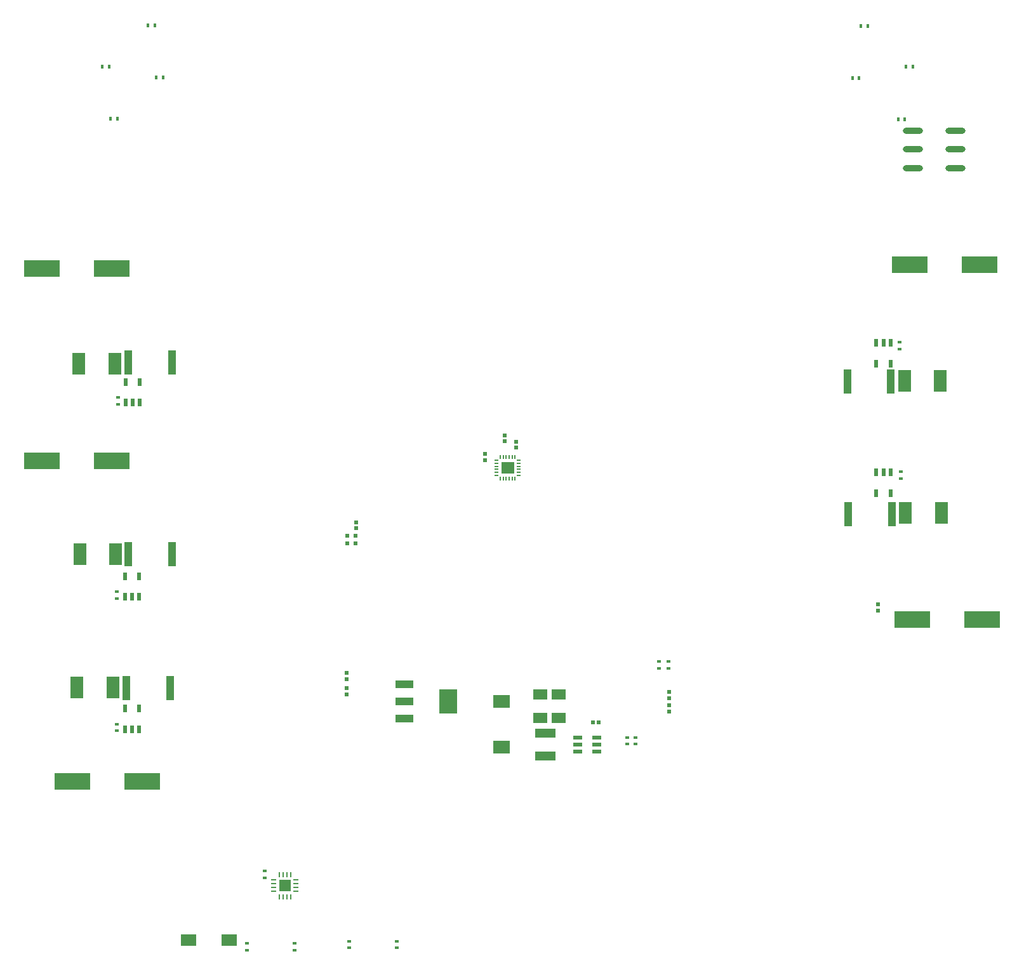
<source format=gtp>
G04 Layer_Color=8421504*
%FSLAX25Y25*%
%MOIN*%
G70*
G01*
G75*
%ADD10R,0.02165X0.01772*%
%ADD11R,0.06614X0.11614*%
%ADD12R,0.10630X0.04528*%
%ADD13R,0.02047X0.02047*%
%ADD14R,0.18504X0.09055*%
%ADD15R,0.09449X0.03937*%
%ADD16R,0.09449X0.12992*%
%ADD17R,0.08661X0.06693*%
%ADD18R,0.07480X0.05315*%
%ADD19R,0.04528X0.02362*%
%ADD20R,0.02047X0.02047*%
%ADD21R,0.07874X0.06299*%
%ADD22R,0.01968X0.02362*%
%ADD23R,0.04134X0.12795*%
%ADD24R,0.02362X0.03937*%
%ADD25O,0.03150X0.00984*%
%ADD26O,0.00984X0.03150*%
%ADD27R,0.06299X0.06299*%
%ADD28R,0.01772X0.02165*%
%ADD29R,0.06693X0.06063*%
%ADD30O,0.00787X0.02362*%
%ADD31O,0.02362X0.00787*%
%ADD32O,0.10630X0.03150*%
D10*
X-83169Y-562171D02*
D03*
Y-558628D02*
D03*
X-58169Y-562171D02*
D03*
Y-558628D02*
D03*
X-111760Y-559825D02*
D03*
Y-563368D02*
D03*
X-136760Y-559825D02*
D03*
Y-563368D02*
D03*
X79323Y-415309D02*
D03*
Y-411766D02*
D03*
X84323Y-411766D02*
D03*
Y-415309D02*
D03*
X62823Y-451628D02*
D03*
Y-455171D02*
D03*
X67170Y-455171D02*
D03*
Y-451628D02*
D03*
X-204677Y-273128D02*
D03*
Y-276671D02*
D03*
X-205177Y-375128D02*
D03*
Y-378671D02*
D03*
Y-444628D02*
D03*
Y-448171D02*
D03*
X-127559Y-525295D02*
D03*
Y-521752D02*
D03*
X206323Y-315671D02*
D03*
Y-312128D02*
D03*
X205823Y-247671D02*
D03*
Y-244128D02*
D03*
D11*
X-225086Y-255399D02*
D03*
X-206268D02*
D03*
X-205768Y-355399D02*
D03*
X-224587D02*
D03*
X-226086Y-425399D02*
D03*
X-207268D02*
D03*
X227232Y-264400D02*
D03*
X208414D02*
D03*
X227732Y-333899D02*
D03*
X208913D02*
D03*
D12*
X19823Y-449494D02*
D03*
Y-461305D02*
D03*
D13*
X-84677Y-425825D02*
D03*
Y-428974D02*
D03*
Y-420974D02*
D03*
Y-417825D02*
D03*
X-79677Y-341817D02*
D03*
Y-338667D02*
D03*
X84823Y-430974D02*
D03*
Y-427825D02*
D03*
Y-437974D02*
D03*
Y-434825D02*
D03*
X194323Y-381825D02*
D03*
Y-384974D02*
D03*
X-12008Y-302854D02*
D03*
Y-306004D02*
D03*
X-1476Y-293110D02*
D03*
Y-296260D02*
D03*
X4331Y-296358D02*
D03*
Y-299508D02*
D03*
D14*
X-192028Y-474705D02*
D03*
X-228642D02*
D03*
X-207870Y-306319D02*
D03*
X-244484D02*
D03*
X212516Y-389899D02*
D03*
X249130D02*
D03*
X211016Y-203555D02*
D03*
X247630D02*
D03*
X-207870Y-205399D02*
D03*
X-244484D02*
D03*
D15*
X-54177Y-423789D02*
D03*
Y-432844D02*
D03*
Y-441899D02*
D03*
D16*
X-31342Y-432844D02*
D03*
D17*
X-3177Y-456915D02*
D03*
Y-432900D02*
D03*
D18*
X16964Y-441603D02*
D03*
Y-429005D02*
D03*
X26823Y-441603D02*
D03*
Y-429005D02*
D03*
D19*
X36705Y-451659D02*
D03*
Y-455400D02*
D03*
Y-459140D02*
D03*
X46941D02*
D03*
Y-455400D02*
D03*
Y-451659D02*
D03*
D20*
X44748Y-443899D02*
D03*
X47898D02*
D03*
D21*
X-167520Y-558169D02*
D03*
X-146260D02*
D03*
D22*
X-84106Y-345852D02*
D03*
Y-349789D02*
D03*
X-79823Y-345768D02*
D03*
Y-349705D02*
D03*
D23*
X-199094Y-254900D02*
D03*
X-176260D02*
D03*
X-199094Y-355399D02*
D03*
X-176260D02*
D03*
X-200094Y-425900D02*
D03*
X-177260D02*
D03*
X201740Y-334400D02*
D03*
X178906D02*
D03*
X201240Y-264899D02*
D03*
X178406D02*
D03*
D24*
X-200677Y-265073D02*
D03*
X-193197D02*
D03*
Y-275900D02*
D03*
X-196937D02*
D03*
X-200677D02*
D03*
X-200917Y-366986D02*
D03*
X-193437D02*
D03*
Y-377813D02*
D03*
X-197177D02*
D03*
X-200917D02*
D03*
Y-436486D02*
D03*
X-193437D02*
D03*
Y-447313D02*
D03*
X-197177D02*
D03*
X-200917D02*
D03*
X201063Y-323313D02*
D03*
X193583D02*
D03*
Y-312486D02*
D03*
X197323D02*
D03*
X201063D02*
D03*
Y-255313D02*
D03*
X193583D02*
D03*
Y-244486D02*
D03*
X197323D02*
D03*
X201063D02*
D03*
D25*
X-111063Y-532514D02*
D03*
Y-530545D02*
D03*
Y-528577D02*
D03*
Y-526608D02*
D03*
X-122874D02*
D03*
Y-528577D02*
D03*
Y-530545D02*
D03*
Y-532514D02*
D03*
D26*
X-114016Y-523655D02*
D03*
X-115984D02*
D03*
X-117953D02*
D03*
X-119921D02*
D03*
Y-535466D02*
D03*
X-117953D02*
D03*
X-115984D02*
D03*
X-114016D02*
D03*
D27*
X-116968Y-529561D02*
D03*
D28*
X-209252Y-99508D02*
D03*
X-212795D02*
D03*
X-204921Y-126870D02*
D03*
X-208465D02*
D03*
X-181004Y-105118D02*
D03*
X-184547D02*
D03*
X-185335Y-77658D02*
D03*
X-188878D02*
D03*
X185531Y-78051D02*
D03*
X189075D02*
D03*
X209252Y-99606D02*
D03*
X212795D02*
D03*
X181004Y-105315D02*
D03*
X184547D02*
D03*
X205020Y-126969D02*
D03*
X208563D02*
D03*
D29*
X0Y-310094D02*
D03*
D30*
X3937Y-315803D02*
D03*
X2362D02*
D03*
X787D02*
D03*
X-787D02*
D03*
X-2362D02*
D03*
X-3937D02*
D03*
Y-304386D02*
D03*
X-2362D02*
D03*
X-787D02*
D03*
X787D02*
D03*
X2362D02*
D03*
X3937D02*
D03*
D31*
X-5709Y-314032D02*
D03*
Y-312457D02*
D03*
Y-310882D02*
D03*
Y-309307D02*
D03*
Y-307732D02*
D03*
Y-306157D02*
D03*
X5709D02*
D03*
Y-307732D02*
D03*
Y-309307D02*
D03*
Y-310882D02*
D03*
Y-312457D02*
D03*
Y-314032D02*
D03*
D32*
X235138Y-152756D02*
D03*
Y-142913D02*
D03*
Y-133071D02*
D03*
X212697Y-152756D02*
D03*
Y-142913D02*
D03*
Y-133071D02*
D03*
M02*

</source>
